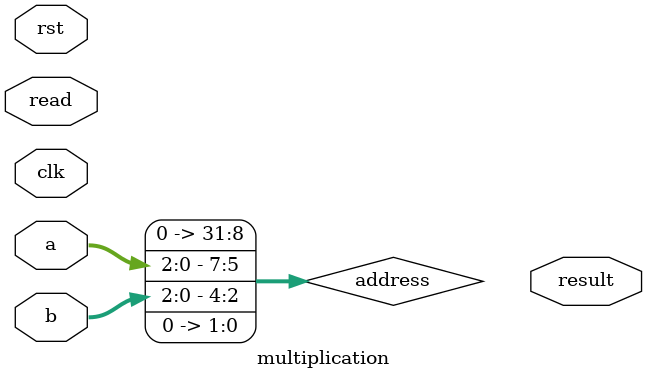
<source format=v>

`timescale 1ns / 100ps

module multiplication(
	input clk,
	input [2:0] a,
	input [2:0] b,
	input read,
	input rst,
	output [5:0] result
  );

//add intermediate wires
	wire [31:0] address;
	wire s_axi_aw_ready;
	wire s_axi_wready;
	wire s_axi_bvalid;
	wire s_axi_bresp;
	wire s_axi_arready;
	wire rsta_busy;
	wire rstb_busy;
	wire [31:0] s_axi_ardata;

//add user logic
	//convert addresses
	assign address = {24'b0,a,b,2'b00};
	//assign result = s_axi_ardata[5:0];

//instantiate memory block
mymem mymemory (
  .rsta_busy(rsta_busy),          // output wire rsta_busy
  .rstb_busy(rstb_busy),          // output wire rstb_busy
  .s_aclk(clk),                // input wire s_aclk
  .s_aresetn(rst),          // input wire s_aresetn
  .s_axi_awaddr(0),    // input wire [31 : 0] s_axi_awaddr	/not sure
  .s_axi_awvalid(0),  // input wire s_axi_awvalid
  .s_axi_awready(s_axi_awready),  // output wire s_axi_awready/
  .s_axi_wdata(0),      // input wire [31 : 0] s_axi_wdata
  .s_axi_wstrb(0),      // input wire [3 : 0] s_axi_wstrb
  .s_axi_wvalid(0),    // input wire s_axi_wvalid	/cannot write?
  .s_axi_wready(s_axi_wready),    // output wire s_axi_wready/
  .s_axi_bresp(s_axi_bresp),      // output wire [1 : 0] s_axi_bresp/
  .s_axi_bvalid(s_axi_bvalid),    // output wire s_axi_bvalid/
  .s_axi_bready(0),    // input wire s_axi_bready
  .s_axi_araddr(address),    // input wire [31 : 0] s_axi_araddr
  .s_axi_arvalid(read),  // input wire s_axi_arvalid
  .s_axi_arready(s_axi_arready),  // output wire s_axi_arready
  .s_axi_rdata(s_axi_rdata),      // output wire [31 : 0] s_axi_rdata/
  .s_axi_rresp(s_axi_rresp),      // output wire [1 : 0] s_axi_rresp
  .s_axi_rvalid(s_axi_rvalid),    // output wire s_axi_rvalid
  .s_axi_rready(read)    // input wire s_axi_rready
);

endmodule

</source>
